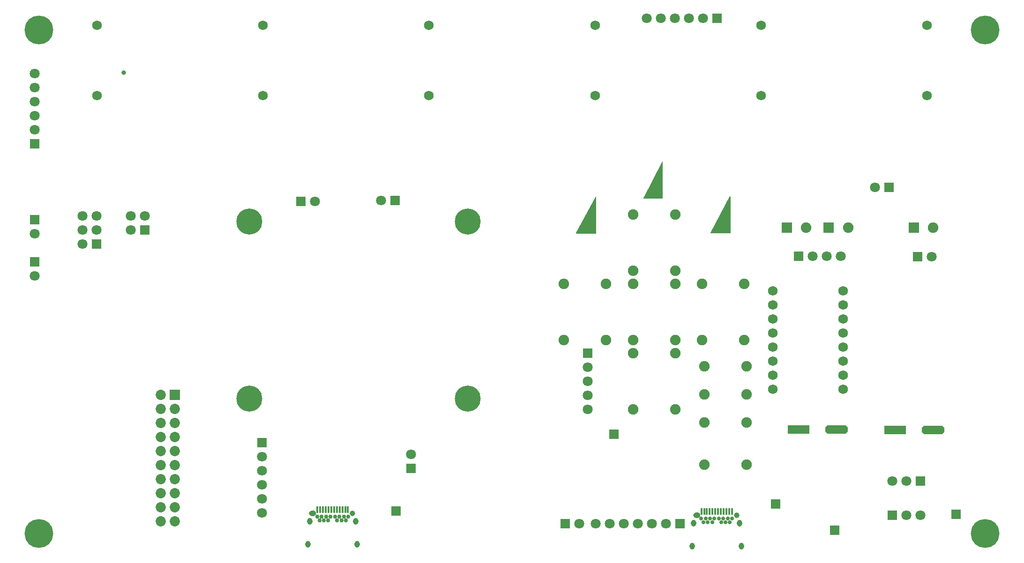
<source format=gbr>
%TF.GenerationSoftware,Altium Limited,Altium NEXUS,2.1.9 (83)*%
G04 Layer_Color=16711935*
%FSLAX44Y44*%
%MOMM*%
%TF.FileFunction,Soldermask,Bot*%
%TF.Part,Single*%
G01*
G75*
%TA.AperFunction,ViaPad*%
%ADD110C,5.2032*%
%TA.AperFunction,ComponentPad*%
%ADD111C,1.7272*%
%ADD112C,1.9032*%
%ADD113R,1.9032X1.9032*%
%ADD114R,1.8532X1.8532*%
%ADD115C,1.8532*%
%ADD116C,0.7000*%
%ADD117O,0.9532X1.2532*%
%ADD118C,1.0000*%
%ADD119O,1.3000X1.0000*%
%ADD120C,0.7500*%
%ADD121C,1.8032*%
%ADD122R,1.8032X1.8032*%
%ADD123R,1.8032X1.8032*%
%ADD124C,4.7032*%
%TA.AperFunction,ViaPad*%
%ADD125C,0.8032*%
%TA.AperFunction,SMDPad,CuDef*%
%ADD129R,4.0032X1.5032*%
G04:AMPARAMS|DCode=130|XSize=4.0032mm|YSize=1.5032mm|CornerRadius=0mm|HoleSize=0mm|Usage=FLASHONLY|Rotation=180.000|XOffset=0mm|YOffset=0mm|HoleType=Round|Shape=Octagon|*
%AMOCTAGOND130*
4,1,8,-2.0016,0.3758,-2.0016,-0.3758,-1.6258,-0.7516,1.6258,-0.7516,2.0016,-0.3758,2.0016,0.3758,1.6258,0.7516,-1.6258,0.7516,-2.0016,0.3758,0.0*
%
%ADD130OCTAGOND130*%

%ADD131R,0.4000X1.3000*%
G36*
X1052000Y653408D02*
Y587000D01*
X1015990D01*
X1015339Y588091D01*
X1050769Y653719D01*
X1052000Y653408D01*
D02*
G37*
G36*
X1172500Y716583D02*
Y650250D01*
X1137725D01*
X1137067Y651336D01*
X1171266Y716886D01*
X1172500Y716583D01*
D02*
G37*
G36*
X1294500Y653689D02*
Y587311D01*
X1258984D01*
X1258330Y588399D01*
X1293268Y653997D01*
X1294500Y653689D01*
D02*
G37*
D110*
X45000Y955000D02*
D03*
X1755000D02*
D03*
Y45000D02*
D03*
X45000D02*
D03*
D111*
X1650000Y963500D02*
D03*
Y836500D02*
D03*
X1350000Y963500D02*
D03*
Y836500D02*
D03*
X1050000Y963500D02*
D03*
Y836500D02*
D03*
X750000Y963500D02*
D03*
Y836500D02*
D03*
X450000Y963500D02*
D03*
Y836500D02*
D03*
X150000Y963500D02*
D03*
Y836500D02*
D03*
X1371500Y482950D02*
D03*
Y457550D02*
D03*
Y432150D02*
D03*
Y406750D02*
D03*
Y381350D02*
D03*
Y355950D02*
D03*
Y330550D02*
D03*
Y305150D02*
D03*
X1498500Y482950D02*
D03*
Y457550D02*
D03*
Y432150D02*
D03*
Y406750D02*
D03*
Y381350D02*
D03*
Y355950D02*
D03*
Y330550D02*
D03*
Y305150D02*
D03*
D112*
X1661000Y597250D02*
D03*
X1507250D02*
D03*
X1431250D02*
D03*
X1194600Y496050D02*
D03*
Y394450D02*
D03*
X1118400Y496050D02*
D03*
Y394450D02*
D03*
X1194600Y621050D02*
D03*
Y519450D02*
D03*
X1118400Y621050D02*
D03*
Y519450D02*
D03*
X1194600Y371050D02*
D03*
Y269450D02*
D03*
X1118400Y371050D02*
D03*
Y269450D02*
D03*
X1069600Y496050D02*
D03*
Y394450D02*
D03*
X993400Y496050D02*
D03*
Y394450D02*
D03*
X1319600Y496050D02*
D03*
Y394450D02*
D03*
X1243400Y496050D02*
D03*
Y394450D02*
D03*
X1247500Y346800D02*
D03*
Y296000D02*
D03*
X1323700Y346800D02*
D03*
Y296000D02*
D03*
Y245200D02*
D03*
X1247500D02*
D03*
X1323700Y169000D02*
D03*
X1247500D02*
D03*
D113*
X1626000Y597250D02*
D03*
X1472250D02*
D03*
X1396250D02*
D03*
D114*
X290671Y295140D02*
D03*
D115*
X265271D02*
D03*
X290671Y269740D02*
D03*
X265271D02*
D03*
X290671Y244340D02*
D03*
X265271D02*
D03*
X290671Y218940D02*
D03*
X265271D02*
D03*
X290671Y193540D02*
D03*
X265271D02*
D03*
X290671Y168140D02*
D03*
X265271D02*
D03*
X290671Y142740D02*
D03*
X265271D02*
D03*
X290671Y117340D02*
D03*
X265271D02*
D03*
X290671Y91940D02*
D03*
X265271D02*
D03*
X290671Y66540D02*
D03*
X265271D02*
D03*
D116*
X1297610Y71780D02*
D03*
X1289610D02*
D03*
X1281610D02*
D03*
X1273610D02*
D03*
X1265610D02*
D03*
X1257610D02*
D03*
X1249610D02*
D03*
X1241610D02*
D03*
X1293610Y64780D02*
D03*
X1285610D02*
D03*
X1277610D02*
D03*
X1261610D02*
D03*
X1253610D02*
D03*
X1245610D02*
D03*
D117*
X1310910Y63380D02*
D03*
X1228310D02*
D03*
X1225110Y21880D02*
D03*
X1314110D02*
D03*
X617300Y67100D02*
D03*
X534700D02*
D03*
X531500Y25600D02*
D03*
X620500D02*
D03*
D118*
X1305610Y77780D02*
D03*
X612000Y81500D02*
D03*
D119*
X1233610Y77780D02*
D03*
X540000Y81500D02*
D03*
D120*
X604000Y75500D02*
D03*
X596000D02*
D03*
X588000D02*
D03*
X580000D02*
D03*
X572000D02*
D03*
X564000D02*
D03*
X556000D02*
D03*
X548000D02*
D03*
X600000Y68500D02*
D03*
X592000D02*
D03*
X584000D02*
D03*
X568000D02*
D03*
X560000D02*
D03*
X552000D02*
D03*
D121*
X1050900Y62500D02*
D03*
X1076300D02*
D03*
X1101700D02*
D03*
X1127100D02*
D03*
X1177900D02*
D03*
X1152500D02*
D03*
X1021000Y62750D02*
D03*
X37750Y510050D02*
D03*
X448250Y183300D02*
D03*
Y157900D02*
D03*
Y132500D02*
D03*
Y107100D02*
D03*
Y81700D02*
D03*
X37750Y586250D02*
D03*
X717750Y188000D02*
D03*
X1244800Y975750D02*
D03*
X1219400D02*
D03*
X1194000D02*
D03*
X1168600D02*
D03*
X1143200D02*
D03*
X1657900Y545500D02*
D03*
X1494050Y546250D02*
D03*
X1468650D02*
D03*
X1443250D02*
D03*
X1612750Y139500D02*
D03*
X1587350D02*
D03*
X1612500Y77750D02*
D03*
X1637900D02*
D03*
X1555850Y670000D02*
D03*
X663350Y646500D02*
D03*
X544000Y645250D02*
D03*
X123600Y618900D02*
D03*
X149000D02*
D03*
X123600Y593500D02*
D03*
X149000D02*
D03*
X123600Y568100D02*
D03*
X210850Y593750D02*
D03*
X236250Y619150D02*
D03*
X210850D02*
D03*
X37750Y774750D02*
D03*
Y800150D02*
D03*
Y825550D02*
D03*
Y850950D02*
D03*
Y876350D02*
D03*
X1036500Y345000D02*
D03*
Y319600D02*
D03*
Y294200D02*
D03*
Y268800D02*
D03*
D122*
X1203300Y62500D02*
D03*
X995600Y62750D02*
D03*
X1702250Y79250D02*
D03*
X1270200Y975750D02*
D03*
X1375750Y98250D02*
D03*
X690250Y85600D02*
D03*
X1632500Y545500D02*
D03*
X1417850Y546250D02*
D03*
X1638150Y139500D02*
D03*
X1587100Y77750D02*
D03*
X1581250Y670000D02*
D03*
X688750Y646500D02*
D03*
X518600Y645250D02*
D03*
D123*
X37750Y535450D02*
D03*
X448250Y208700D02*
D03*
X37750Y611650D02*
D03*
X717750Y162600D02*
D03*
X1482500Y51000D02*
D03*
X1084250Y224000D02*
D03*
X149000Y568100D02*
D03*
X236250Y593750D02*
D03*
X37750Y749350D02*
D03*
X1036500Y370400D02*
D03*
D124*
X425000Y288500D02*
D03*
X820300D02*
D03*
X820000Y608500D02*
D03*
X425000D02*
D03*
D125*
X198250Y877750D02*
D03*
D129*
X1418000Y232500D02*
D03*
X1592250Y231750D02*
D03*
D130*
X1486000Y232500D02*
D03*
X1660250Y231750D02*
D03*
D131*
X1297110Y84380D02*
D03*
X1292110D02*
D03*
X1287110D02*
D03*
X1282110D02*
D03*
X1277110D02*
D03*
X1272110D02*
D03*
X1267110D02*
D03*
X1262110D02*
D03*
X1257110D02*
D03*
X1252110D02*
D03*
X1247110D02*
D03*
X1242110D02*
D03*
X603500Y88100D02*
D03*
X598500D02*
D03*
X593500D02*
D03*
X588500D02*
D03*
X583500D02*
D03*
X578500D02*
D03*
X573500D02*
D03*
X568500D02*
D03*
X563500D02*
D03*
X558500D02*
D03*
X553500D02*
D03*
X548500D02*
D03*
%TF.MD5,277a1c19733206f17f42246149a2f145*%
M02*

</source>
